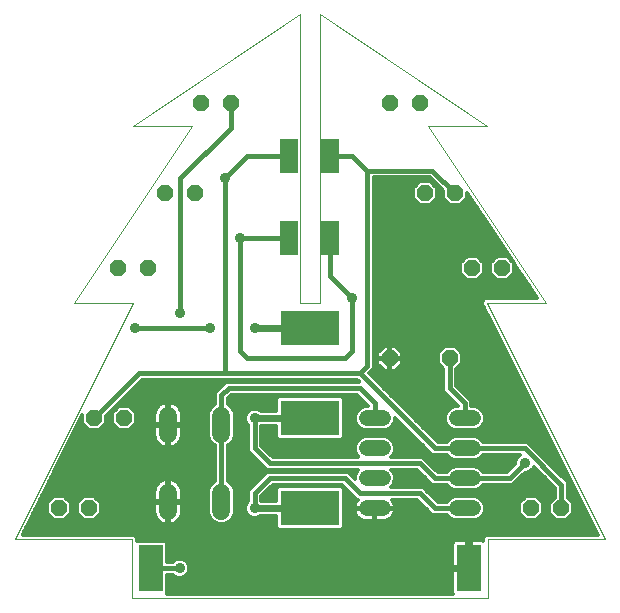
<source format=gtl>
G75*
G70*
%OFA0B0*%
%FSLAX24Y24*%
%IPPOS*%
%LPD*%
%AMOC8*
5,1,8,0,0,1.08239X$1,22.5*
%
%ADD10C,0.0000*%
%ADD11OC8,0.0520*%
%ADD12C,0.0520*%
%ADD13C,0.0600*%
%ADD14R,0.0591X0.1181*%
%ADD15R,0.1969X0.1181*%
%ADD16R,0.0787X0.1575*%
%ADD17C,0.0160*%
%ADD18C,0.0357*%
%ADD19C,0.0120*%
%ADD20C,0.0240*%
D10*
X000665Y002634D02*
X004602Y010508D01*
X002634Y010508D01*
X006571Y016413D01*
X004602Y016413D01*
X010173Y020144D01*
X010173Y010508D01*
X010842Y010508D01*
X010842Y020144D01*
X016413Y016413D01*
X014445Y016413D01*
X018382Y010508D01*
X016413Y010508D01*
X020350Y002634D01*
X016445Y002634D01*
X016445Y000665D01*
X004571Y000665D01*
X004571Y002634D01*
X000665Y002634D01*
D11*
X002134Y003665D03*
X003134Y003665D03*
X003315Y006665D03*
X004315Y006665D03*
X004102Y011665D03*
X005102Y011665D03*
X005677Y014165D03*
X006677Y014165D03*
X006858Y017165D03*
X007858Y017165D03*
X013157Y017165D03*
X014157Y017165D03*
X014338Y014165D03*
X015338Y014165D03*
X015913Y011665D03*
X016913Y011665D03*
X015165Y008665D03*
X013165Y008665D03*
X017882Y003665D03*
X018882Y003665D03*
D12*
X015925Y003665D02*
X015405Y003665D01*
X015405Y004665D02*
X015925Y004665D01*
X015925Y005665D02*
X015405Y005665D01*
X015405Y006665D02*
X015925Y006665D01*
X012925Y006665D02*
X012405Y006665D01*
X012405Y005665D02*
X012925Y005665D01*
X012925Y004665D02*
X012405Y004665D01*
X012405Y003665D02*
X012925Y003665D01*
D13*
X007555Y003585D02*
X007555Y004185D01*
X005775Y004185D02*
X005775Y003585D01*
X005775Y006145D02*
X005775Y006745D01*
X007555Y006745D02*
X007555Y006145D01*
D14*
X009790Y012665D03*
X011165Y012665D03*
X011165Y015415D03*
X009790Y015415D03*
D15*
X010508Y009665D03*
X010508Y006665D03*
X010508Y003665D03*
D16*
X015807Y001665D03*
X005209Y001665D03*
D17*
X006165Y001665D01*
X007555Y003885D02*
X007555Y006445D01*
X007555Y007430D01*
X007790Y007665D01*
X012165Y007665D01*
X012665Y007165D01*
X012665Y006665D01*
X012165Y008165D02*
X007665Y008165D01*
X004815Y008165D01*
X003315Y006665D01*
X004665Y009665D02*
X007165Y009665D01*
X006165Y010165D02*
X006165Y014665D01*
X007858Y016358D01*
X007858Y017165D01*
X008415Y015415D02*
X007665Y014665D01*
X007665Y008165D01*
X008415Y008665D02*
X008165Y008915D01*
X008165Y012665D01*
X009790Y012665D01*
X011165Y012665D02*
X011165Y011415D01*
X011915Y010665D01*
X011915Y008915D01*
X011665Y008665D01*
X008415Y008665D01*
X008665Y006665D02*
X008665Y005665D01*
X009165Y005165D01*
X014165Y005165D01*
X014665Y004665D01*
X015665Y004665D01*
X017165Y004665D01*
X017665Y005165D01*
X017665Y005665D02*
X015665Y005665D01*
X014665Y005665D01*
X012165Y008165D01*
X012415Y008415D01*
X012415Y014915D01*
X014588Y014915D01*
X015338Y014165D01*
X012415Y014915D02*
X011915Y015415D01*
X011165Y015415D01*
X009790Y015415D02*
X008415Y015415D01*
X015165Y008665D02*
X015165Y007665D01*
X015665Y007165D01*
X015665Y006665D01*
X017665Y005665D02*
X018882Y004449D01*
X018882Y003665D01*
X015665Y003665D02*
X014665Y003665D01*
X014165Y004165D01*
X012165Y004165D01*
X011665Y004665D01*
X009165Y004665D01*
X008665Y004165D01*
X008665Y003665D01*
X014665Y001665D02*
X015807Y001665D01*
D18*
X014665Y001665D03*
X017665Y005165D03*
X011915Y010665D03*
X008665Y009665D03*
X007165Y009665D03*
X006165Y010165D03*
X004665Y009665D03*
X008165Y012665D03*
X007665Y014665D03*
X008665Y006665D03*
X008665Y003665D03*
X006165Y001665D03*
D19*
X005935Y001445D02*
X005985Y001395D01*
X006102Y001347D01*
X006229Y001347D01*
X006346Y001395D01*
X006435Y001485D01*
X006484Y001602D01*
X006484Y001729D01*
X006435Y001846D01*
X006346Y001935D01*
X006229Y001984D01*
X006102Y001984D01*
X005985Y001935D01*
X005935Y001885D01*
X005742Y001885D01*
X005742Y002511D01*
X005660Y002593D01*
X004757Y002593D01*
X004731Y002567D01*
X004731Y002700D01*
X004637Y002794D01*
X000924Y002794D01*
X002915Y006775D01*
X002915Y006500D01*
X003149Y006265D01*
X003480Y006265D01*
X003715Y006500D01*
X003715Y006754D01*
X004906Y007945D01*
X007756Y007945D01*
X012074Y007945D01*
X012134Y007885D01*
X007699Y007885D01*
X007570Y007756D01*
X007335Y007521D01*
X007335Y007339D01*
X007335Y007130D01*
X007306Y007118D01*
X007182Y006994D01*
X007115Y006833D01*
X007115Y006058D01*
X007182Y005896D01*
X007306Y005772D01*
X007335Y005760D01*
X007335Y004570D01*
X007306Y004558D01*
X007182Y004434D01*
X007115Y004273D01*
X007115Y003498D01*
X007182Y003336D01*
X007306Y003212D01*
X007468Y003145D01*
X007643Y003145D01*
X007804Y003212D01*
X007928Y003336D01*
X007995Y003498D01*
X007995Y004273D01*
X007928Y004434D01*
X007804Y004558D01*
X007775Y004570D01*
X007775Y005760D01*
X007804Y005772D01*
X007928Y005896D01*
X007995Y006058D01*
X007995Y006833D01*
X007928Y006994D01*
X007804Y007118D01*
X007775Y007130D01*
X007775Y007339D01*
X007881Y007445D01*
X012074Y007445D01*
X012445Y007074D01*
X012445Y007065D01*
X012326Y007065D01*
X012179Y007004D01*
X012066Y006892D01*
X012005Y006745D01*
X012005Y006586D01*
X012066Y006439D01*
X012179Y006326D01*
X012326Y006265D01*
X013005Y006265D01*
X013152Y006326D01*
X013264Y006439D01*
X013325Y006586D01*
X013325Y006694D01*
X014574Y005445D01*
X014756Y005445D01*
X015063Y005445D01*
X015066Y005439D01*
X015179Y005326D01*
X015326Y005265D01*
X016005Y005265D01*
X016152Y005326D01*
X016264Y005439D01*
X016267Y005445D01*
X017509Y005445D01*
X017485Y005435D01*
X017395Y005346D01*
X017347Y005229D01*
X017347Y005158D01*
X017074Y004885D01*
X016267Y004885D01*
X016264Y004892D01*
X016152Y005004D01*
X016005Y005065D01*
X015326Y005065D01*
X015179Y005004D01*
X015066Y004892D01*
X015063Y004885D01*
X014756Y004885D01*
X014385Y005256D01*
X014256Y005385D01*
X013211Y005385D01*
X013264Y005439D01*
X013325Y005586D01*
X013325Y005745D01*
X013264Y005892D01*
X013152Y006004D01*
X013005Y006065D01*
X012326Y006065D01*
X012179Y006004D01*
X012066Y005892D01*
X012005Y005745D01*
X012005Y005586D01*
X012066Y005439D01*
X012120Y005385D01*
X009256Y005385D01*
X008885Y005756D01*
X008885Y006405D01*
X009383Y006405D01*
X009383Y006017D01*
X009465Y005935D01*
X011550Y005935D01*
X011632Y006017D01*
X011632Y007314D01*
X011550Y007396D01*
X009465Y007396D01*
X009383Y007314D01*
X009383Y006925D01*
X008856Y006925D01*
X008846Y006935D01*
X008729Y006984D01*
X008602Y006984D01*
X008485Y006935D01*
X008395Y006846D01*
X008347Y006729D01*
X008347Y006602D01*
X008395Y006485D01*
X008445Y006435D01*
X008445Y005756D01*
X008445Y005574D01*
X009074Y004945D01*
X009256Y004945D01*
X012120Y004945D01*
X012066Y004892D01*
X012005Y004745D01*
X012005Y004636D01*
X011756Y004885D01*
X011574Y004885D01*
X009074Y004885D01*
X008945Y004756D01*
X008445Y004256D01*
X008445Y004074D01*
X008445Y003895D01*
X008395Y003846D01*
X008347Y003729D01*
X008347Y003602D01*
X008395Y003485D01*
X008485Y003395D01*
X008602Y003347D01*
X008729Y003347D01*
X008846Y003395D01*
X008855Y003405D01*
X009383Y003405D01*
X009383Y003017D01*
X009465Y002935D01*
X011550Y002935D01*
X011632Y003017D01*
X011632Y004314D01*
X011550Y004396D01*
X009465Y004396D01*
X009383Y004314D01*
X009383Y003925D01*
X008885Y003925D01*
X008885Y004074D01*
X009256Y004445D01*
X011574Y004445D01*
X011945Y004074D01*
X012074Y003945D01*
X012091Y003945D01*
X012085Y003939D01*
X012046Y003885D01*
X012016Y003826D01*
X011996Y003764D01*
X011985Y003698D01*
X011985Y003685D01*
X012645Y003685D01*
X012645Y003645D01*
X012685Y003645D01*
X012685Y003245D01*
X012958Y003245D01*
X013024Y003256D01*
X013086Y003276D01*
X013145Y003306D01*
X013199Y003345D01*
X013246Y003392D01*
X015113Y003392D01*
X015066Y003439D02*
X015179Y003326D01*
X015326Y003265D01*
X016005Y003265D01*
X016152Y003326D01*
X016264Y003439D01*
X016325Y003586D01*
X016325Y003745D01*
X016264Y003892D01*
X016152Y004004D01*
X016005Y004065D01*
X015326Y004065D01*
X015179Y004004D01*
X015066Y003892D01*
X015063Y003885D01*
X014756Y003885D01*
X014256Y004385D01*
X014074Y004385D01*
X013211Y004385D01*
X013264Y004439D01*
X013325Y004586D01*
X013325Y004745D01*
X013264Y004892D01*
X013211Y004945D01*
X014074Y004945D01*
X014574Y004445D01*
X014756Y004445D01*
X015063Y004445D01*
X015066Y004439D01*
X015179Y004326D01*
X015326Y004265D01*
X016005Y004265D01*
X016152Y004326D01*
X016264Y004439D01*
X016267Y004445D01*
X017256Y004445D01*
X017385Y004574D01*
X017658Y004847D01*
X017729Y004847D01*
X017846Y004895D01*
X017935Y004985D01*
X017964Y005055D01*
X018662Y004358D01*
X018662Y004011D01*
X018482Y003831D01*
X018482Y003500D01*
X018716Y003265D01*
X019047Y003265D01*
X019282Y003500D01*
X019282Y003831D01*
X019102Y004011D01*
X019102Y004358D01*
X019102Y004540D01*
X017885Y005756D01*
X017756Y005885D01*
X016267Y005885D01*
X016264Y005892D01*
X016152Y006004D01*
X016005Y006065D01*
X015326Y006065D01*
X015179Y006004D01*
X015066Y005892D01*
X015063Y005885D01*
X014756Y005885D01*
X012476Y008165D01*
X012635Y008324D01*
X012635Y008506D01*
X012635Y014695D01*
X014497Y014695D01*
X014938Y014254D01*
X014938Y014000D01*
X015173Y013765D01*
X015504Y013765D01*
X015738Y014000D01*
X015738Y014184D01*
X017295Y011849D01*
X017079Y012065D01*
X016748Y012065D01*
X016513Y011831D01*
X016513Y011500D01*
X016748Y011265D01*
X017079Y011265D01*
X017313Y011500D01*
X017313Y011822D01*
X018082Y010668D01*
X016439Y010668D01*
X016401Y010681D01*
X016375Y010668D01*
X016347Y010668D01*
X016318Y010639D01*
X016282Y010621D01*
X016273Y010594D01*
X016253Y010574D01*
X016253Y010534D01*
X016240Y010495D01*
X016253Y010470D01*
X016253Y010441D01*
X016282Y010413D01*
X020091Y002794D01*
X016378Y002794D01*
X016285Y002700D01*
X016285Y002589D01*
X016262Y002602D01*
X016222Y002613D01*
X015867Y002613D01*
X015867Y001725D01*
X015747Y001725D01*
X015747Y001605D01*
X015253Y001605D01*
X015253Y000857D01*
X015262Y000825D01*
X005742Y000825D01*
X005742Y001445D01*
X005935Y001445D01*
X006030Y001376D02*
X005742Y001376D01*
X005742Y001258D02*
X015253Y001258D01*
X015253Y001376D02*
X006300Y001376D01*
X006439Y001495D02*
X015253Y001495D01*
X015253Y001725D02*
X015747Y001725D01*
X015747Y002613D01*
X015392Y002613D01*
X015351Y002602D01*
X015315Y002581D01*
X015285Y002551D01*
X015264Y002514D01*
X015253Y002474D01*
X015253Y001725D01*
X015253Y001732D02*
X006482Y001732D01*
X006484Y001614D02*
X015747Y001614D01*
X015747Y001732D02*
X015867Y001732D01*
X015867Y001851D02*
X015747Y001851D01*
X015747Y001969D02*
X015867Y001969D01*
X015867Y002088D02*
X015747Y002088D01*
X015747Y002206D02*
X015867Y002206D01*
X015867Y002325D02*
X015747Y002325D01*
X015747Y002443D02*
X015867Y002443D01*
X015867Y002562D02*
X015747Y002562D01*
X015296Y002562D02*
X005691Y002562D01*
X005742Y002443D02*
X015253Y002443D01*
X015253Y002325D02*
X005742Y002325D01*
X005742Y002206D02*
X015253Y002206D01*
X015253Y002088D02*
X005742Y002088D01*
X005742Y001969D02*
X006067Y001969D01*
X006263Y001969D02*
X015253Y001969D01*
X015253Y001851D02*
X006430Y001851D01*
X005742Y001139D02*
X015253Y001139D01*
X015253Y001021D02*
X005742Y001021D01*
X005742Y000902D02*
X015253Y000902D01*
X016285Y002680D02*
X004731Y002680D01*
X004731Y002567D02*
X004731Y002567D01*
X005437Y003273D02*
X003307Y003273D01*
X003299Y003265D02*
X003534Y003500D01*
X003534Y003831D01*
X003299Y004065D01*
X002968Y004065D01*
X002734Y003831D01*
X002734Y003500D01*
X002968Y003265D01*
X003299Y003265D01*
X003426Y003392D02*
X005357Y003392D01*
X005349Y003409D02*
X005382Y003344D01*
X005424Y003286D01*
X005476Y003234D01*
X005534Y003192D01*
X005599Y003159D01*
X005667Y003137D01*
X005735Y003126D01*
X005735Y003845D01*
X005315Y003845D01*
X005315Y003549D01*
X005327Y003477D01*
X005349Y003409D01*
X005321Y003510D02*
X003534Y003510D01*
X003534Y003629D02*
X005315Y003629D01*
X005315Y003747D02*
X003534Y003747D01*
X003499Y003866D02*
X005735Y003866D01*
X005735Y003845D02*
X005735Y003925D01*
X005315Y003925D01*
X005315Y004221D01*
X005327Y004293D01*
X005349Y004362D01*
X005382Y004426D01*
X005424Y004485D01*
X005476Y004536D01*
X005534Y004579D01*
X005599Y004611D01*
X005667Y004634D01*
X005735Y004645D01*
X005735Y003925D01*
X005815Y003925D01*
X005815Y004645D01*
X005883Y004634D01*
X005952Y004611D01*
X006016Y004579D01*
X006075Y004536D01*
X006126Y004485D01*
X006169Y004426D01*
X006201Y004362D01*
X006224Y004293D01*
X006235Y004221D01*
X006235Y003925D01*
X005815Y003925D01*
X005815Y003845D01*
X005815Y003126D01*
X005883Y003137D01*
X005952Y003159D01*
X006016Y003192D01*
X006075Y003234D01*
X006126Y003286D01*
X006169Y003344D01*
X006201Y003409D01*
X006224Y003477D01*
X006235Y003549D01*
X006235Y003845D01*
X005815Y003845D01*
X005735Y003845D01*
X005815Y003866D02*
X007115Y003866D01*
X007115Y003984D02*
X006235Y003984D01*
X006235Y004103D02*
X007115Y004103D01*
X007115Y004221D02*
X006235Y004221D01*
X006209Y004340D02*
X007143Y004340D01*
X007206Y004459D02*
X006145Y004459D01*
X006018Y004577D02*
X007335Y004577D01*
X007335Y004696D02*
X001875Y004696D01*
X001934Y004814D02*
X007335Y004814D01*
X007335Y004933D02*
X001994Y004933D01*
X002053Y005051D02*
X007335Y005051D01*
X007335Y005170D02*
X002112Y005170D01*
X002172Y005288D02*
X007335Y005288D01*
X007335Y005407D02*
X002231Y005407D01*
X002290Y005525D02*
X007335Y005525D01*
X007335Y005644D02*
X002349Y005644D01*
X002409Y005763D02*
X005519Y005763D01*
X005534Y005752D02*
X005599Y005719D01*
X005667Y005697D01*
X005735Y005686D01*
X005735Y006405D01*
X005315Y006405D01*
X005315Y006109D01*
X005327Y006037D01*
X005349Y005969D01*
X005382Y005904D01*
X005424Y005846D01*
X005476Y005794D01*
X005534Y005752D01*
X005398Y005881D02*
X002468Y005881D01*
X002527Y006000D02*
X005339Y006000D01*
X005315Y006118D02*
X002586Y006118D01*
X002646Y006237D02*
X005315Y006237D01*
X005315Y006355D02*
X004571Y006355D01*
X004480Y006265D02*
X004715Y006500D01*
X004715Y006831D01*
X004480Y007065D01*
X004149Y007065D01*
X003915Y006831D01*
X003915Y006500D01*
X004149Y006265D01*
X004480Y006265D01*
X004689Y006474D02*
X005735Y006474D01*
X005735Y006485D02*
X005735Y006405D01*
X005815Y006405D01*
X005815Y005686D01*
X005883Y005697D01*
X005952Y005719D01*
X006016Y005752D01*
X006075Y005794D01*
X006126Y005846D01*
X006169Y005904D01*
X006201Y005969D01*
X006224Y006037D01*
X006235Y006109D01*
X006235Y006405D01*
X005815Y006405D01*
X005815Y006485D01*
X005735Y006485D01*
X005315Y006485D01*
X005315Y006781D01*
X005327Y006853D01*
X005349Y006922D01*
X005382Y006986D01*
X005424Y007045D01*
X005476Y007096D01*
X005534Y007139D01*
X005599Y007171D01*
X005667Y007194D01*
X005735Y007205D01*
X005735Y006485D01*
X005815Y006485D02*
X005815Y007205D01*
X005883Y007194D01*
X005952Y007171D01*
X006016Y007139D01*
X006075Y007096D01*
X006126Y007045D01*
X006169Y006986D01*
X006201Y006922D01*
X006224Y006853D01*
X006235Y006781D01*
X006235Y006485D01*
X005815Y006485D01*
X005815Y006474D02*
X007115Y006474D01*
X007115Y006592D02*
X006235Y006592D01*
X006235Y006711D02*
X007115Y006711D01*
X007115Y006829D02*
X006228Y006829D01*
X006188Y006948D02*
X007163Y006948D01*
X007254Y007067D02*
X006104Y007067D01*
X005910Y007185D02*
X007335Y007185D01*
X007335Y007304D02*
X004264Y007304D01*
X004383Y007422D02*
X007335Y007422D01*
X007355Y007541D02*
X004501Y007541D01*
X004620Y007659D02*
X007473Y007659D01*
X007592Y007778D02*
X004739Y007778D01*
X004857Y007896D02*
X012123Y007896D01*
X012508Y008133D02*
X014945Y008133D01*
X014945Y008015D02*
X012627Y008015D01*
X012745Y007896D02*
X014945Y007896D01*
X014945Y007778D02*
X012864Y007778D01*
X012982Y007659D02*
X014945Y007659D01*
X014945Y007574D02*
X015074Y007445D01*
X015445Y007074D01*
X015445Y007065D01*
X015326Y007065D01*
X015179Y007004D01*
X015066Y006892D01*
X015005Y006745D01*
X015005Y006586D01*
X015066Y006439D01*
X015179Y006326D01*
X015326Y006265D01*
X016005Y006265D01*
X016152Y006326D01*
X016264Y006439D01*
X016325Y006586D01*
X016325Y006745D01*
X016264Y006892D01*
X016152Y007004D01*
X016005Y007065D01*
X015885Y007065D01*
X015885Y007074D01*
X015885Y007256D01*
X015385Y007756D01*
X015385Y008320D01*
X015565Y008500D01*
X015565Y008831D01*
X015331Y009065D01*
X015000Y009065D01*
X014765Y008831D01*
X014765Y008500D01*
X014945Y008320D01*
X014945Y007574D01*
X014979Y007541D02*
X013101Y007541D01*
X013219Y007422D02*
X015097Y007422D01*
X015216Y007304D02*
X013338Y007304D01*
X013456Y007185D02*
X015334Y007185D01*
X015445Y007067D02*
X013575Y007067D01*
X013693Y006948D02*
X015122Y006948D01*
X015040Y006829D02*
X013812Y006829D01*
X013931Y006711D02*
X015005Y006711D01*
X015005Y006592D02*
X014049Y006592D01*
X014168Y006474D02*
X015051Y006474D01*
X015149Y006355D02*
X014286Y006355D01*
X014405Y006237D02*
X018370Y006237D01*
X018310Y006355D02*
X016181Y006355D01*
X016279Y006474D02*
X018251Y006474D01*
X018192Y006592D02*
X016325Y006592D01*
X016325Y006711D02*
X018133Y006711D01*
X018073Y006829D02*
X016290Y006829D01*
X016208Y006948D02*
X018014Y006948D01*
X017955Y007067D02*
X015885Y007067D01*
X015885Y007185D02*
X017895Y007185D01*
X017836Y007304D02*
X015838Y007304D01*
X015719Y007422D02*
X017777Y007422D01*
X017718Y007541D02*
X015601Y007541D01*
X015482Y007659D02*
X017658Y007659D01*
X017599Y007778D02*
X015385Y007778D01*
X015385Y007896D02*
X017540Y007896D01*
X017481Y008015D02*
X015385Y008015D01*
X015385Y008133D02*
X017421Y008133D01*
X017362Y008252D02*
X015385Y008252D01*
X015436Y008371D02*
X017303Y008371D01*
X017243Y008489D02*
X015555Y008489D01*
X015565Y008608D02*
X017184Y008608D01*
X017125Y008726D02*
X015565Y008726D01*
X015551Y008845D02*
X017066Y008845D01*
X017006Y008963D02*
X015433Y008963D01*
X014898Y008963D02*
X013461Y008963D01*
X013580Y008845D02*
X014779Y008845D01*
X014765Y008726D02*
X013585Y008726D01*
X013585Y008685D02*
X013585Y008839D01*
X013339Y009085D01*
X013185Y009085D01*
X013185Y008685D01*
X013585Y008685D01*
X013585Y008645D02*
X013185Y008645D01*
X013185Y008245D01*
X013339Y008245D01*
X013585Y008491D01*
X013585Y008645D01*
X013585Y008608D02*
X014765Y008608D01*
X014776Y008489D02*
X013583Y008489D01*
X013464Y008371D02*
X014894Y008371D01*
X014945Y008252D02*
X013346Y008252D01*
X013185Y008252D02*
X013145Y008252D01*
X013145Y008245D02*
X013145Y008645D01*
X013185Y008645D01*
X013185Y008685D01*
X013145Y008685D01*
X013145Y008645D01*
X012745Y008645D01*
X012745Y008491D01*
X012991Y008245D01*
X013145Y008245D01*
X013145Y008371D02*
X013185Y008371D01*
X013185Y008489D02*
X013145Y008489D01*
X013145Y008608D02*
X013185Y008608D01*
X013145Y008685D02*
X012745Y008685D01*
X012745Y008839D01*
X012991Y009085D01*
X013145Y009085D01*
X013145Y008685D01*
X013145Y008726D02*
X013185Y008726D01*
X013185Y008845D02*
X013145Y008845D01*
X013145Y008963D02*
X013185Y008963D01*
X013185Y009082D02*
X013145Y009082D01*
X012988Y009082D02*
X012635Y009082D01*
X012635Y009200D02*
X016888Y009200D01*
X016947Y009082D02*
X013343Y009082D01*
X012869Y008963D02*
X012635Y008963D01*
X012635Y008845D02*
X012751Y008845D01*
X012745Y008726D02*
X012635Y008726D01*
X012635Y008608D02*
X012745Y008608D01*
X012747Y008489D02*
X012635Y008489D01*
X012635Y008371D02*
X012866Y008371D01*
X012984Y008252D02*
X012563Y008252D01*
X012097Y007422D02*
X007858Y007422D01*
X007775Y007304D02*
X009383Y007304D01*
X009383Y007185D02*
X007775Y007185D01*
X007856Y007067D02*
X009383Y007067D01*
X009383Y006948D02*
X008814Y006948D01*
X008516Y006948D02*
X007947Y006948D01*
X007995Y006829D02*
X008389Y006829D01*
X008347Y006711D02*
X007995Y006711D01*
X007995Y006592D02*
X008351Y006592D01*
X008406Y006474D02*
X007995Y006474D01*
X007995Y006355D02*
X008445Y006355D01*
X008445Y006237D02*
X007995Y006237D01*
X007995Y006118D02*
X008445Y006118D01*
X008445Y006000D02*
X007971Y006000D01*
X007913Y005881D02*
X008445Y005881D01*
X008445Y005763D02*
X007781Y005763D01*
X007775Y005644D02*
X008445Y005644D01*
X008494Y005525D02*
X007775Y005525D01*
X007775Y005407D02*
X008612Y005407D01*
X008731Y005288D02*
X007775Y005288D01*
X007775Y005170D02*
X008849Y005170D01*
X008968Y005051D02*
X007775Y005051D01*
X007775Y004933D02*
X012107Y004933D01*
X012034Y004814D02*
X011827Y004814D01*
X011946Y004696D02*
X012005Y004696D01*
X011679Y004340D02*
X011606Y004340D01*
X011632Y004221D02*
X011798Y004221D01*
X011916Y004103D02*
X011632Y004103D01*
X011632Y003984D02*
X012035Y003984D01*
X012036Y003866D02*
X011632Y003866D01*
X011632Y003747D02*
X011993Y003747D01*
X011985Y003645D02*
X011985Y003632D01*
X011996Y003567D01*
X012016Y003504D01*
X012046Y003445D01*
X012085Y003392D01*
X011632Y003392D01*
X011632Y003510D02*
X012014Y003510D01*
X011986Y003629D02*
X011632Y003629D01*
X011632Y003273D02*
X012253Y003273D01*
X012244Y003276D02*
X012307Y003256D01*
X012372Y003245D01*
X012645Y003245D01*
X012645Y003645D01*
X011985Y003645D01*
X012085Y003392D02*
X012132Y003345D01*
X012185Y003306D01*
X012244Y003276D01*
X012645Y003273D02*
X012685Y003273D01*
X012685Y003392D02*
X012645Y003392D01*
X012645Y003510D02*
X012685Y003510D01*
X012685Y003629D02*
X012645Y003629D01*
X012685Y003645D02*
X012685Y003685D01*
X013345Y003685D01*
X013345Y003698D01*
X013335Y003764D01*
X013314Y003826D01*
X013284Y003885D01*
X013246Y003939D01*
X013239Y003945D01*
X014074Y003945D01*
X014574Y003445D01*
X014756Y003445D01*
X015063Y003445D01*
X015066Y003439D01*
X015306Y003273D02*
X013078Y003273D01*
X013246Y003392D02*
X013284Y003445D01*
X013314Y003504D01*
X013335Y003567D01*
X013345Y003632D01*
X013345Y003645D01*
X012685Y003645D01*
X013316Y003510D02*
X014509Y003510D01*
X014390Y003629D02*
X013345Y003629D01*
X013337Y003747D02*
X014272Y003747D01*
X014153Y003866D02*
X013294Y003866D01*
X013273Y004459D02*
X014561Y004459D01*
X014442Y004577D02*
X013322Y004577D01*
X013325Y004696D02*
X014324Y004696D01*
X014205Y004814D02*
X013296Y004814D01*
X013223Y004933D02*
X014086Y004933D01*
X014353Y005288D02*
X015270Y005288D01*
X015098Y005407D02*
X013233Y005407D01*
X013300Y005525D02*
X014494Y005525D01*
X014375Y005644D02*
X013325Y005644D01*
X013318Y005763D02*
X014257Y005763D01*
X014138Y005881D02*
X013269Y005881D01*
X013156Y006000D02*
X014020Y006000D01*
X013901Y006118D02*
X011632Y006118D01*
X011632Y006237D02*
X013783Y006237D01*
X013664Y006355D02*
X013181Y006355D01*
X013279Y006474D02*
X013545Y006474D01*
X013427Y006592D02*
X013325Y006592D01*
X012445Y007067D02*
X011632Y007067D01*
X011632Y007185D02*
X012334Y007185D01*
X012216Y007304D02*
X011632Y007304D01*
X011632Y006948D02*
X012122Y006948D01*
X012040Y006829D02*
X011632Y006829D01*
X011632Y006711D02*
X012005Y006711D01*
X012005Y006592D02*
X011632Y006592D01*
X011632Y006474D02*
X012051Y006474D01*
X012149Y006355D02*
X011632Y006355D01*
X011615Y006000D02*
X012174Y006000D01*
X012062Y005881D02*
X008885Y005881D01*
X008885Y005763D02*
X012013Y005763D01*
X012005Y005644D02*
X008997Y005644D01*
X009116Y005525D02*
X012030Y005525D01*
X012098Y005407D02*
X009235Y005407D01*
X009400Y006000D02*
X008885Y006000D01*
X008885Y006118D02*
X009383Y006118D01*
X009383Y006237D02*
X008885Y006237D01*
X008885Y006355D02*
X009383Y006355D01*
X009003Y004814D02*
X007775Y004814D01*
X007775Y004696D02*
X008885Y004696D01*
X008766Y004577D02*
X007775Y004577D01*
X007904Y004459D02*
X008647Y004459D01*
X008529Y004340D02*
X007967Y004340D01*
X007995Y004221D02*
X008445Y004221D01*
X008445Y004103D02*
X007995Y004103D01*
X007995Y003984D02*
X008445Y003984D01*
X008416Y003866D02*
X007995Y003866D01*
X007995Y003747D02*
X008355Y003747D01*
X008347Y003629D02*
X007995Y003629D01*
X007995Y003510D02*
X008385Y003510D01*
X008493Y003392D02*
X007951Y003392D01*
X007865Y003273D02*
X009383Y003273D01*
X009383Y003155D02*
X007665Y003155D01*
X007445Y003155D02*
X005939Y003155D01*
X005815Y003155D02*
X005735Y003155D01*
X005735Y003273D02*
X005815Y003273D01*
X005815Y003392D02*
X005735Y003392D01*
X005735Y003510D02*
X005815Y003510D01*
X005815Y003629D02*
X005735Y003629D01*
X005735Y003747D02*
X005815Y003747D01*
X005815Y003984D02*
X005735Y003984D01*
X005735Y004103D02*
X005815Y004103D01*
X005815Y004221D02*
X005735Y004221D01*
X005735Y004340D02*
X005815Y004340D01*
X005815Y004459D02*
X005735Y004459D01*
X005735Y004577D02*
X005815Y004577D01*
X005532Y004577D02*
X001816Y004577D01*
X001757Y004459D02*
X005405Y004459D01*
X005342Y004340D02*
X001697Y004340D01*
X001638Y004221D02*
X005315Y004221D01*
X005315Y004103D02*
X001579Y004103D01*
X001520Y003984D02*
X001887Y003984D01*
X001968Y004065D02*
X001734Y003831D01*
X001734Y003500D01*
X001968Y003265D01*
X002299Y003265D01*
X002534Y003500D01*
X002534Y003831D01*
X002299Y004065D01*
X001968Y004065D01*
X001769Y003866D02*
X001460Y003866D01*
X001401Y003747D02*
X001734Y003747D01*
X001734Y003629D02*
X001342Y003629D01*
X001282Y003510D02*
X001734Y003510D01*
X001842Y003392D02*
X001223Y003392D01*
X001164Y003273D02*
X001960Y003273D01*
X002307Y003273D02*
X002960Y003273D01*
X002842Y003392D02*
X002426Y003392D01*
X002534Y003510D02*
X002734Y003510D01*
X002734Y003629D02*
X002534Y003629D01*
X002534Y003747D02*
X002734Y003747D01*
X002769Y003866D02*
X002499Y003866D01*
X002380Y003984D02*
X002887Y003984D01*
X003380Y003984D02*
X005315Y003984D01*
X005612Y003155D02*
X001105Y003155D01*
X001045Y003036D02*
X009383Y003036D01*
X009383Y003392D02*
X008837Y003392D01*
X008885Y003984D02*
X009383Y003984D01*
X009383Y004103D02*
X008914Y004103D01*
X009033Y004221D02*
X009383Y004221D01*
X009410Y004340D02*
X009151Y004340D01*
X007329Y005763D02*
X006031Y005763D01*
X006152Y005881D02*
X007197Y005881D01*
X007139Y006000D02*
X006212Y006000D01*
X006235Y006118D02*
X007115Y006118D01*
X007115Y006237D02*
X006235Y006237D01*
X006235Y006355D02*
X007115Y006355D01*
X005815Y006355D02*
X005735Y006355D01*
X005735Y006237D02*
X005815Y006237D01*
X005815Y006118D02*
X005735Y006118D01*
X005735Y006000D02*
X005815Y006000D01*
X005815Y005881D02*
X005735Y005881D01*
X005735Y005763D02*
X005815Y005763D01*
X005815Y006592D02*
X005735Y006592D01*
X005735Y006711D02*
X005815Y006711D01*
X005815Y006829D02*
X005735Y006829D01*
X005735Y006948D02*
X005815Y006948D01*
X005815Y007067D02*
X005735Y007067D01*
X005735Y007185D02*
X005815Y007185D01*
X005641Y007185D02*
X004146Y007185D01*
X004027Y007067D02*
X005446Y007067D01*
X005362Y006948D02*
X004598Y006948D01*
X004715Y006829D02*
X005323Y006829D01*
X005315Y006711D02*
X004715Y006711D01*
X004715Y006592D02*
X005315Y006592D01*
X004059Y006355D02*
X003571Y006355D01*
X003689Y006474D02*
X003941Y006474D01*
X003915Y006592D02*
X003715Y006592D01*
X003715Y006711D02*
X003915Y006711D01*
X003915Y006829D02*
X003790Y006829D01*
X003909Y006948D02*
X004032Y006948D01*
X003059Y006355D02*
X002705Y006355D01*
X002764Y006474D02*
X002941Y006474D01*
X002915Y006592D02*
X002824Y006592D01*
X002883Y006711D02*
X002915Y006711D01*
X006235Y003747D02*
X007115Y003747D01*
X007115Y003629D02*
X006235Y003629D01*
X006229Y003510D02*
X007115Y003510D01*
X007159Y003392D02*
X006193Y003392D01*
X006114Y003273D02*
X007245Y003273D01*
X011632Y003155D02*
X019911Y003155D01*
X019851Y003273D02*
X019055Y003273D01*
X019174Y003392D02*
X019792Y003392D01*
X019733Y003510D02*
X019282Y003510D01*
X019282Y003629D02*
X019674Y003629D01*
X019614Y003747D02*
X019282Y003747D01*
X019247Y003866D02*
X019555Y003866D01*
X019496Y003984D02*
X019128Y003984D01*
X019102Y004103D02*
X019436Y004103D01*
X019377Y004221D02*
X019102Y004221D01*
X019102Y004340D02*
X019318Y004340D01*
X019259Y004459D02*
X019102Y004459D01*
X019064Y004577D02*
X019199Y004577D01*
X019140Y004696D02*
X018946Y004696D01*
X018827Y004814D02*
X019081Y004814D01*
X019022Y004933D02*
X018709Y004933D01*
X018590Y005051D02*
X018962Y005051D01*
X018903Y005170D02*
X018472Y005170D01*
X018353Y005288D02*
X018844Y005288D01*
X018784Y005407D02*
X018235Y005407D01*
X018116Y005525D02*
X018725Y005525D01*
X018666Y005644D02*
X017997Y005644D01*
X017879Y005763D02*
X018607Y005763D01*
X018547Y005881D02*
X017760Y005881D01*
X017457Y005407D02*
X016233Y005407D01*
X016061Y005288D02*
X017372Y005288D01*
X017347Y005170D02*
X014472Y005170D01*
X014590Y005051D02*
X015292Y005051D01*
X015107Y004933D02*
X014709Y004933D01*
X014301Y004340D02*
X015165Y004340D01*
X015159Y003984D02*
X014657Y003984D01*
X014539Y004103D02*
X018662Y004103D01*
X018662Y004221D02*
X014420Y004221D01*
X016038Y005051D02*
X017240Y005051D01*
X017122Y004933D02*
X016223Y004933D01*
X016166Y004340D02*
X018662Y004340D01*
X018561Y004459D02*
X017270Y004459D01*
X017388Y004577D02*
X018442Y004577D01*
X018324Y004696D02*
X017507Y004696D01*
X017625Y004814D02*
X018205Y004814D01*
X018086Y004933D02*
X017883Y004933D01*
X017963Y005051D02*
X017968Y005051D01*
X018047Y004065D02*
X017716Y004065D01*
X017482Y003831D01*
X017482Y003500D01*
X017716Y003265D01*
X018047Y003265D01*
X018282Y003500D01*
X018282Y003831D01*
X018047Y004065D01*
X018128Y003984D02*
X018635Y003984D01*
X018517Y003866D02*
X018247Y003866D01*
X018282Y003747D02*
X018482Y003747D01*
X018482Y003629D02*
X018282Y003629D01*
X018282Y003510D02*
X018482Y003510D01*
X018590Y003392D02*
X018174Y003392D01*
X018055Y003273D02*
X018708Y003273D01*
X017708Y003273D02*
X016024Y003273D01*
X016217Y003392D02*
X017590Y003392D01*
X017482Y003510D02*
X016294Y003510D01*
X016325Y003629D02*
X017482Y003629D01*
X017482Y003747D02*
X016324Y003747D01*
X016275Y003866D02*
X017517Y003866D01*
X017635Y003984D02*
X016172Y003984D01*
X016156Y006000D02*
X018488Y006000D01*
X018429Y006118D02*
X014523Y006118D01*
X014642Y006000D02*
X015174Y006000D01*
X016829Y009319D02*
X012635Y009319D01*
X012635Y009437D02*
X016769Y009437D01*
X016710Y009556D02*
X012635Y009556D01*
X012635Y009674D02*
X016651Y009674D01*
X016591Y009793D02*
X012635Y009793D01*
X012635Y009912D02*
X016532Y009912D01*
X016473Y010030D02*
X012635Y010030D01*
X012635Y010149D02*
X016414Y010149D01*
X016354Y010267D02*
X012635Y010267D01*
X012635Y010386D02*
X016295Y010386D01*
X016243Y010504D02*
X012635Y010504D01*
X012635Y010623D02*
X016285Y010623D01*
X016079Y011265D02*
X015748Y011265D01*
X015513Y011500D01*
X015513Y011831D01*
X015748Y012065D01*
X016079Y012065D01*
X016313Y011831D01*
X016313Y011500D01*
X016079Y011265D01*
X016148Y011334D02*
X016679Y011334D01*
X016560Y011453D02*
X016266Y011453D01*
X016313Y011571D02*
X016513Y011571D01*
X016513Y011690D02*
X016313Y011690D01*
X016313Y011808D02*
X016513Y011808D01*
X016609Y011927D02*
X016217Y011927D01*
X016099Y012045D02*
X016728Y012045D01*
X017006Y012282D02*
X012635Y012282D01*
X012635Y012164D02*
X017085Y012164D01*
X017099Y012045D02*
X017164Y012045D01*
X017217Y011927D02*
X017243Y011927D01*
X017313Y011808D02*
X017322Y011808D01*
X017313Y011690D02*
X017401Y011690D01*
X017480Y011571D02*
X017313Y011571D01*
X017266Y011453D02*
X017559Y011453D01*
X017638Y011334D02*
X017148Y011334D01*
X017717Y011216D02*
X012635Y011216D01*
X012635Y011334D02*
X015679Y011334D01*
X015560Y011453D02*
X012635Y011453D01*
X012635Y011571D02*
X015513Y011571D01*
X015513Y011690D02*
X012635Y011690D01*
X012635Y011808D02*
X015513Y011808D01*
X015609Y011927D02*
X012635Y011927D01*
X012635Y012045D02*
X015728Y012045D01*
X016611Y012875D02*
X012635Y012875D01*
X012635Y012757D02*
X016690Y012757D01*
X016769Y012638D02*
X012635Y012638D01*
X012635Y012520D02*
X016848Y012520D01*
X016927Y012401D02*
X012635Y012401D01*
X012635Y012994D02*
X016532Y012994D01*
X016453Y013112D02*
X012635Y013112D01*
X012635Y013231D02*
X016374Y013231D01*
X016295Y013349D02*
X012635Y013349D01*
X012635Y013468D02*
X016216Y013468D01*
X016137Y013586D02*
X012635Y013586D01*
X012635Y013705D02*
X016058Y013705D01*
X015979Y013824D02*
X015562Y013824D01*
X015681Y013942D02*
X015900Y013942D01*
X015821Y014061D02*
X015738Y014061D01*
X015738Y014179D02*
X015742Y014179D01*
X015114Y013824D02*
X014562Y013824D01*
X014504Y013765D02*
X014173Y013765D01*
X013938Y014000D01*
X013938Y014331D01*
X014173Y014565D01*
X014504Y014565D01*
X014738Y014331D01*
X014738Y014000D01*
X014504Y013765D01*
X014681Y013942D02*
X014996Y013942D01*
X014938Y014061D02*
X014738Y014061D01*
X014738Y014179D02*
X014938Y014179D01*
X014895Y014298D02*
X014738Y014298D01*
X014776Y014416D02*
X014653Y014416D01*
X014658Y014535D02*
X014534Y014535D01*
X014539Y014653D02*
X012635Y014653D01*
X012635Y014535D02*
X014142Y014535D01*
X014024Y014416D02*
X012635Y014416D01*
X012635Y014298D02*
X013938Y014298D01*
X013938Y014179D02*
X012635Y014179D01*
X012635Y014061D02*
X013938Y014061D01*
X013996Y013942D02*
X012635Y013942D01*
X012635Y013824D02*
X014114Y013824D01*
X012635Y011097D02*
X017796Y011097D01*
X017875Y010978D02*
X012635Y010978D01*
X012635Y010860D02*
X017954Y010860D01*
X018033Y010741D02*
X012635Y010741D01*
X011632Y003036D02*
X019970Y003036D01*
X020029Y002918D02*
X000986Y002918D01*
X000927Y002799D02*
X020088Y002799D01*
D20*
X010508Y003665D02*
X008665Y003665D01*
X008665Y006665D02*
X010508Y006665D01*
X010508Y009665D02*
X008665Y009665D01*
M02*

</source>
